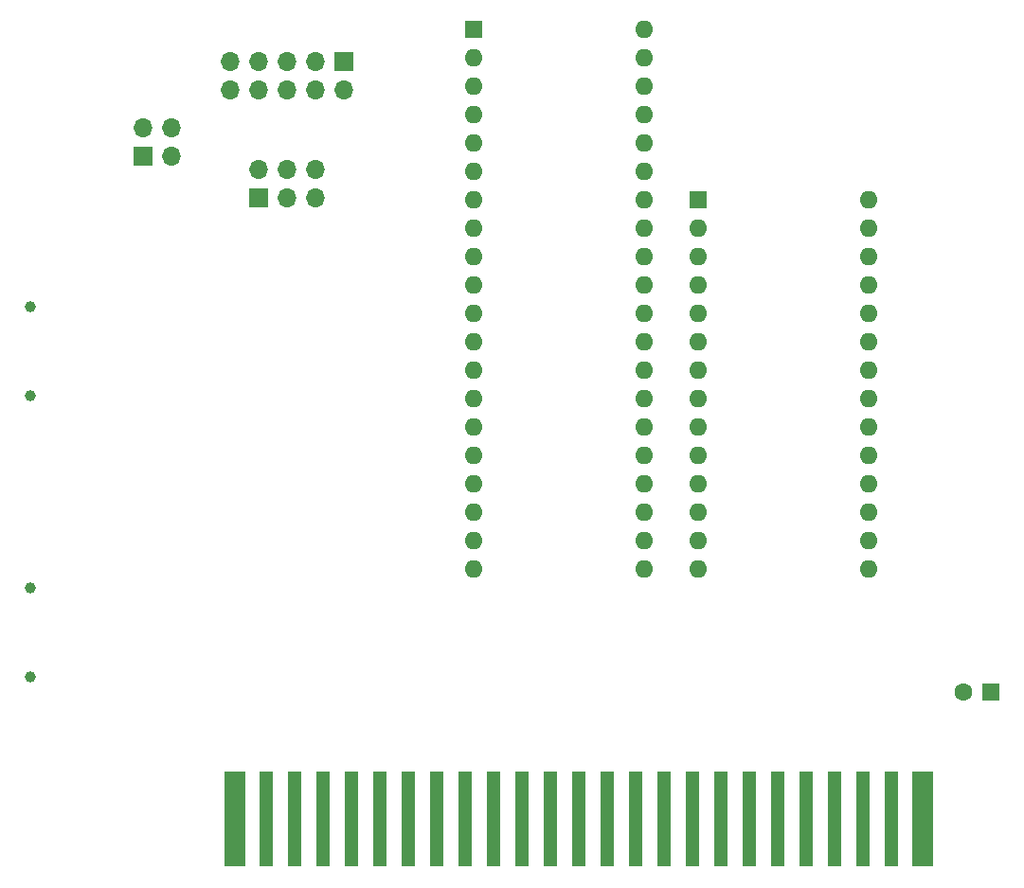
<source format=gbs>
G04 #@! TF.GenerationSoftware,KiCad,Pcbnew,8.0.8*
G04 #@! TF.CreationDate,2025-02-14T11:24:39-05:00*
G04 #@! TF.ProjectId,Apple2CardCR,4170706c-6532-4436-9172-6443522e6b69,CR1.0A*
G04 #@! TF.SameCoordinates,Original*
G04 #@! TF.FileFunction,Soldermask,Bot*
G04 #@! TF.FilePolarity,Negative*
%FSLAX46Y46*%
G04 Gerber Fmt 4.6, Leading zero omitted, Abs format (unit mm)*
G04 Created by KiCad (PCBNEW 8.0.8) date 2025-02-14 11:24:39*
%MOMM*%
%LPD*%
G01*
G04 APERTURE LIST*
%ADD10C,1.000000*%
%ADD11R,1.910000X8.530000*%
%ADD12R,1.270000X8.530000*%
%ADD13R,1.700000X1.700000*%
%ADD14O,1.700000X1.700000*%
%ADD15R,1.600000X1.600000*%
%ADD16O,1.600000X1.600000*%
%ADD17C,1.600000*%
G04 APERTURE END LIST*
D10*
G04 #@! TO.C,U5*
X102120000Y-86360000D03*
X102120000Y-78360000D03*
G04 #@! TD*
D11*
G04 #@! TO.C,BUS1*
X181854000Y-99050000D03*
D12*
X179060000Y-99050000D03*
X176520000Y-99050000D03*
X173980000Y-99050000D03*
X171440000Y-99050000D03*
X168900000Y-99050000D03*
X166360000Y-99050000D03*
X163820000Y-99050000D03*
X161280000Y-99050000D03*
X158740000Y-99050000D03*
X156200000Y-99050000D03*
X153660000Y-99050000D03*
X151120000Y-99050000D03*
X148580000Y-99050000D03*
X146040000Y-99050000D03*
X143500000Y-99050000D03*
X140960000Y-99050000D03*
X138420000Y-99050000D03*
X135880000Y-99050000D03*
X133340000Y-99050000D03*
X130800000Y-99050000D03*
X128260000Y-99050000D03*
X125720000Y-99050000D03*
X123180000Y-99050000D03*
D11*
X120386000Y-99050000D03*
G04 #@! TD*
D13*
G04 #@! TO.C,J2*
X112225000Y-39775000D03*
D14*
X112225000Y-37235000D03*
X114765000Y-39775000D03*
X114765000Y-37235000D03*
G04 #@! TD*
D10*
G04 #@! TO.C,U6*
X102082000Y-61218000D03*
X102082000Y-53218000D03*
G04 #@! TD*
D15*
G04 #@! TO.C,U4*
X141760000Y-28440000D03*
D16*
X141760000Y-30980000D03*
X141760000Y-33520000D03*
X141760000Y-36060000D03*
X141760000Y-38600000D03*
X141760000Y-41140000D03*
X141760000Y-43680000D03*
X141760000Y-46220000D03*
X141760000Y-48760000D03*
X141760000Y-51300000D03*
X141760000Y-53840000D03*
X141760000Y-56380000D03*
X141760000Y-58920000D03*
X141760000Y-61460000D03*
X141760000Y-64000000D03*
X141760000Y-66540000D03*
X141760000Y-69080000D03*
X141760000Y-71620000D03*
X141760000Y-74160000D03*
X141760000Y-76700000D03*
X157000000Y-76700000D03*
X157000000Y-74160000D03*
X157000000Y-71620000D03*
X157000000Y-69080000D03*
X157000000Y-66540000D03*
X157000000Y-64000000D03*
X157000000Y-61460000D03*
X157000000Y-58920000D03*
X157000000Y-56380000D03*
X157000000Y-53840000D03*
X157000000Y-51300000D03*
X157000000Y-48760000D03*
X157000000Y-46220000D03*
X157000000Y-43680000D03*
X157000000Y-41140000D03*
X157000000Y-38600000D03*
X157000000Y-36060000D03*
X157000000Y-33520000D03*
X157000000Y-30980000D03*
X157000000Y-28440000D03*
G04 #@! TD*
D15*
G04 #@! TO.C,U9*
X161760000Y-43680000D03*
D16*
X161760000Y-46220000D03*
X161760000Y-48760000D03*
X161760000Y-51300000D03*
X161760000Y-53840000D03*
X161760000Y-56380000D03*
X161760000Y-58920000D03*
X161760000Y-61460000D03*
X161760000Y-64000000D03*
X161760000Y-66540000D03*
X161760000Y-69080000D03*
X161760000Y-71620000D03*
X161760000Y-74160000D03*
X161760000Y-76700000D03*
X177000000Y-76700000D03*
X177000000Y-74160000D03*
X177000000Y-71620000D03*
X177000000Y-69080000D03*
X177000000Y-66540000D03*
X177000000Y-64000000D03*
X177000000Y-61460000D03*
X177000000Y-58920000D03*
X177000000Y-56380000D03*
X177000000Y-53840000D03*
X177000000Y-51300000D03*
X177000000Y-48760000D03*
X177000000Y-46220000D03*
X177000000Y-43680000D03*
G04 #@! TD*
D13*
G04 #@! TO.C,J1*
X122475000Y-43475000D03*
D14*
X122475000Y-40935000D03*
X125015000Y-43475000D03*
X125015000Y-40935000D03*
X127555000Y-43475000D03*
X127555000Y-40935000D03*
G04 #@! TD*
D13*
G04 #@! TO.C,J6*
X130125000Y-31275000D03*
D14*
X130125000Y-33815000D03*
X127585000Y-31275000D03*
X127585000Y-33815000D03*
X125045000Y-31275000D03*
X125045000Y-33815000D03*
X122505000Y-31275000D03*
X122505000Y-33815000D03*
X119965000Y-31275000D03*
X119965000Y-33815000D03*
G04 #@! TD*
D15*
G04 #@! TO.C,C14*
X188000000Y-87705100D03*
D17*
X185500000Y-87705100D03*
G04 #@! TD*
M02*

</source>
